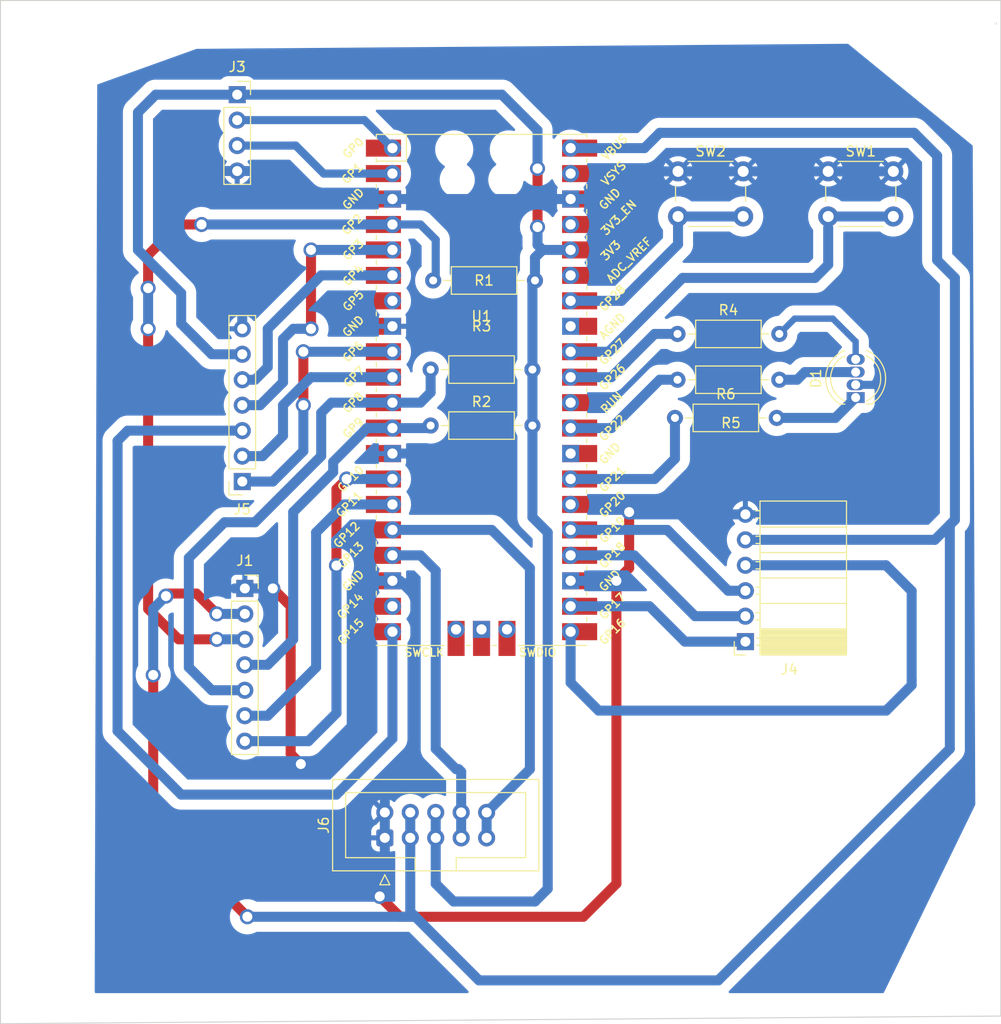
<source format=kicad_pcb>
(kicad_pcb (version 20211014) (generator pcbnew)
  (layers (0 "F.Cu" signal) (31 "B.Cu" signal) (34 "B.Paste" user) (35 "F.Paste" user) (36 "B.SilkS" user "B.Silkscreen") (37 "F.SilkS" user "F.Silkscreen") (38 "B.Mask" user) (39 "F.Mask" user) (44 "Edge.Cuts" user))
  (net 0 "")
  (net 1 "GND")
  (net 2 "VBUS")
  (net 3 "GP2")
  (net 4 "GP7")
  (net 5 "GP8")
  (net 6 "GP11")
  (net 7 "GP10")
  (net 8 "GP14")
  (net 9 "GP15")
  (net 10 "3.3V")
  (net 11 "GP0")
  (net 12 "GP1")
  (net 13 "GP4")
  (net 14 "GP3")
  (net 15 "GP5")
  (net 16 "GP6")
  (net 17 "GP18")
  (net 18 "GP19")
  (net 19 "GP20")
  (net 20 "GP17")
  (net 21 "GP16")
  (net 22 "GP26")
  (net 23 "GP22")
  (net 24 "GP21")
  (net 25 "GP9")
  (net 26 "GP13")
  (net 36 "Net-(D1-Pad1)")
  (net 37 "Net-(D1-Pad4)")
  (net 38 "Net-(D1-Pad3)")
  (net 39 "GP27")
  (net 40 "GP28")
  (net 41 "GP12")
  (footprint "Resistor_THT:R_Axial_DIN0207_L6.3mm_D2.5mm_P10.16mm_Horizontal" (layer "F.Cu") (at 158.496 73.406)
    (fp_text reference "R6" (at 5.08 -2.37) (layer "F.SilkS"))
    (fp_text value "220R")
    (pad "1" thru_hole circle (at 0 0) (size 1.6 1.6) (drill 0.8) (layers *.Cu *.Mask) (net 24 "GP21"))
    (pad "2" thru_hole oval (at 10.16 0) (size 1.6 1.6) (drill 0.8) (layers *.Cu *.Mask) (net 36 "Net-(D1-Pad1)"))
  )
  (footprint "Connector_PinSocket_2.54mm:PinSocket_1x04_P2.54mm_Vertical" (layer "F.Cu") (at 114.808 41.148)
    (fp_text reference "J3" (at 0 -2.77) (layer "F.SilkS"))
    (fp_text value "Conn_01x04_Female")
    (pad "1" thru_hole rect (at 0 0) (size 1.7 1.7) (drill 1) (layers *.Cu *.Mask) (net 10 "3.3V"))
    (pad "2" thru_hole oval (at 0 2.54) (size 1.7 1.7) (drill 1) (layers *.Cu *.Mask) (net 11 "GP0"))
    (pad "3" thru_hole oval (at 0 5.08) (size 1.7 1.7) (drill 1) (layers *.Cu *.Mask) (net 12 "GP1"))
    (pad "4" thru_hole oval (at 0 7.62) (size 1.7 1.7) (drill 1) (layers *.Cu *.Mask) (net 1 "GND"))
  )
  (footprint "Resistor_THT:R_Axial_DIN0207_L6.3mm_D2.5mm_P10.16mm_Horizontal" (layer "F.Cu") (at 158.75 69.596)
    (fp_text reference "R5" (at 5.334 4.318) (layer "F.SilkS"))
    (fp_text value "220R")
    (pad "1" thru_hole circle (at 0 0) (size 1.6 1.6) (drill 0.8) (layers *.Cu *.Mask) (net 23 "GP22"))
    (pad "2" thru_hole oval (at 10.16 0) (size 1.6 1.6) (drill 0.8) (layers *.Cu *.Mask) (net 38 "Net-(D1-Pad3)"))
  )
  (footprint "Connector_PinSocket_2.54mm:PinSocket_1x06_P2.54mm_Horizontal" (layer "F.Cu") (at 165.526 95.733 180)
    (fp_text reference "J4" (at -4.38 -2.77) (layer "F.SilkS"))
    (fp_text value "Conn_01x06_Female")
    (pad "1" thru_hole rect (at 0 0 180) (size 1.7 1.7) (drill 1) (layers *.Cu *.Mask) (net 20 "GP17"))
    (pad "2" thru_hole oval (at 0 2.54 180) (size 1.7 1.7) (drill 1) (layers *.Cu *.Mask) (net 17 "GP18"))
    (pad "3" thru_hole oval (at 0 5.08 180) (size 1.7 1.7) (drill 1) (layers *.Cu *.Mask) (net 18 "GP19"))
    (pad "4" thru_hole oval (at 0 7.62 180) (size 1.7 1.7) (drill 1) (layers *.Cu *.Mask) (net 21 "GP16"))
    (pad "5" thru_hole oval (at 0 10.16 180) (size 1.7 1.7) (drill 1) (layers *.Cu *.Mask) (net 2 "VBUS"))
    (pad "6" thru_hole oval (at 0 12.7 180) (size 1.7 1.7) (drill 1) (layers *.Cu *.Mask) (remove_unused_layers) (net 1 "GND"))
  )
  (footprint "MountingHole:MountingHole_3.5mm" (layer "F.Cu") (at 96.012 127.762)
    (fp_text reference "REF**" hide)
    (fp_text value "MountingHole_3.5mm" hide)
    (pad "" np_thru_hole circle (at 0 0) (size 3.5 3.5) (drill 3.5) (layers *.Cu *.Mask))
  )
  (footprint "Connector_IDC:IDC-Header_2x05_P2.54mm_Vertical" (layer "F.Cu") (at 129.54 115.316 90)
    (fp_text reference "J6" (at 1.27 -6.1 90) (layer "F.SilkS"))
    (fp_text value "Conn_02x05_Counter_Clockwise")
    (pad "1" thru_hole roundrect (at 0 0 90) (size 1.7 1.7) (drill 1) (layers *.Cu *.Mask) (roundrect_rratio 0.1470588235) (net 1 "GND"))
    (pad "2" thru_hole circle (at 2.54 0 90) (size 1.7 1.7) (drill 1) (layers *.Cu *.Mask) (net 1 "GND"))
    (pad "3" thru_hole circle (at 0 2.54 90) (size 1.7 1.7) (drill 1) (layers *.Cu *.Mask) (net 2 "VBUS"))
    (pad "4" thru_hole circle (at 2.54 2.54 90) (size 1.7 1.7) (drill 1) (layers *.Cu *.Mask) (net 2 "VBUS"))
    (pad "5" thru_hole circle (at 0 5.08 90) (size 1.7 1.7) (drill 1) (layers *.Cu *.Mask) (net 10 "3.3V"))
    (pad "6" thru_hole circle (at 2.54 5.08 90) (size 1.7 1.7) (drill 1) (layers *.Cu *.Mask) (net 10 "3.3V"))
    (pad "7" thru_hole circle (at 0 7.62 90) (size 1.7 1.7) (drill 1) (layers *.Cu *.Mask) (net 26 "GP13"))
    (pad "8" thru_hole circle (at 2.54 7.62 90) (size 1.7 1.7) (drill 1) (layers *.Cu *.Mask) (net 26 "GP13"))
    (pad "9" thru_hole circle (at 0 10.16 90) (size 1.7 1.7) (drill 1) (layers *.Cu *.Mask) (net 41 "GP12"))
    (pad "10" thru_hole circle (at 2.54 10.16 90) (size 1.7 1.7) (drill 1) (layers *.Cu *.Mask) (net 41 "GP12"))
  )
  (footprint "Resistor_THT:R_Axial_DIN0207_L6.3mm_D2.5mm_P10.16mm_Horizontal" (layer "F.Cu") (at 158.75 65.024)
    (fp_text reference "R4" (at 5.08 -2.37) (layer "F.SilkS"))
    (fp_text value "220R")
    (pad "1" thru_hole circle (at 0 0) (size 1.6 1.6) (drill 0.8) (layers *.Cu *.Mask) (net 22 "GP26"))
    (pad "2" thru_hole oval (at 10.16 0) (size 1.6 1.6) (drill 0.8) (layers *.Cu *.Mask) (net 37 "Net-(D1-Pad4)"))
  )
  (footprint "Connector_PinSocket_2.54mm:PinSocket_1x07_P2.54mm_Vertical" (layer "F.Cu") (at 115.57 90.424)
    (fp_text reference "J1" (at 0 -2.77) (layer "F.SilkS"))
    (fp_text value "Conn_01x07_Female")
    (pad "1" thru_hole rect (at 0 0) (size 1.7 1.7) (drill 1) (layers *.Cu *.Mask) (net 1 "GND"))
    (pad "2" thru_hole oval (at 0 2.54) (size 1.7 1.7) (drill 1) (layers *.Cu *.Mask) (net 2 "VBUS"))
    (pad "3" thru_hole oval (at 0 5.08) (size 1.7 1.7) (drill 1) (layers *.Cu *.Mask) (net 3 "GP2"))
    (pad "4" thru_hole oval (at 0 7.62) (size 1.7 1.7) (drill 1) (layers *.Cu *.Mask) (net 25 "GP9"))
    (pad "5" thru_hole oval (at 0 10.16) (size 1.7 1.7) (drill 1) (layers *.Cu *.Mask) (net 5 "GP8"))
    (pad "6" thru_hole oval (at 0 12.7) (size 1.7 1.7) (drill 1) (layers *.Cu *.Mask) (net 6 "GP11"))
    (pad "7" thru_hole oval (at 0 15.24) (size 1.7 1.7) (drill 1) (layers *.Cu *.Mask) (net 7 "GP10"))
  )
  (footprint "MountingHole:MountingHole_3.5mm" (layer "F.Cu") (at 95.758 38.608)
    (fp_text reference "REF**" hide)
    (fp_text value "MountingHole_3.5mm" hide)
    (pad "" np_thru_hole circle (at 0 0) (size 3.5 3.5) (drill 3.5) (layers *.Cu *.Mask))
  )
  (footprint "Button_Switch_THT:SW_PUSH_6mm" (layer "F.Cu") (at 158.802 48.804)
    (fp_text reference "SW2" (at 3.25 -2) (layer "F.SilkS"))
    (fp_text value "SW_Push")
    (pad "1" thru_hole circle (at 6.5 0 90) (size 2 2) (drill 1.1) (layers *.Cu *.Mask) (net 1 "GND"))
    (pad "1" thru_hole circle (at 0 0 90) (size 2 2) (drill 1.1) (layers *.Cu *.Mask) (net 1 "GND"))
    (pad "2" thru_hole circle (at 0 4.5 90) (size 2 2) (drill 1.1) (layers *.Cu *.Mask) (net 40 "GP28"))
    (pad "2" thru_hole circle (at 6.5 4.5 90) (size 2 2) (drill 1.1) (layers *.Cu *.Mask) (net 40 "GP28"))
  )
  (footprint "LED_THT:LED_D5.0mm-4_RGB" (layer "F.Cu") (at 176.53 71.374 90)
    (fp_text reference "D1" (at 1.905 -3.96 90) (layer "F.SilkS"))
    (fp_text value "LED_RKBG")
    (pad "1" thru_hole rect (at 0 0 90) (size 1.07 1.8) (drill 0.9) (layers *.Cu *.Mask) (net 36 "Net-(D1-Pad1)"))
    (pad "2" thru_hole oval (at 1.27 0 90) (size 1.07 1.8) (drill 0.9) (layers *.Cu *.Mask) (net 1 "GND"))
    (pad "3" thru_hole oval (at 2.54 0 90) (size 1.07 1.8) (drill 0.9) (layers *.Cu *.Mask) (net 38 "Net-(D1-Pad3)"))
    (pad "4" thru_hole oval (at 3.81 0 90) (size 1.07 1.8) (drill 0.9) (layers *.Cu *.Mask) (net 37 "Net-(D1-Pad4)"))
  )
  (footprint "Resistor_THT:R_Axial_DIN0207_L6.3mm_D2.5mm_P10.16mm_Horizontal" (layer "F.Cu") (at 134.366 59.69)
    (fp_text reference "R1" (at 5.08 0) (layer "F.SilkS"))
    (fp_text value "10K" hide)
    (pad "1" thru_hole circle (at 0 0) (size 1.6 1.6) (drill 0.8) (layers *.Cu *.Mask) (net 3 "GP2"))
    (pad "2" thru_hole oval (at 10.16 0) (size 1.6 1.6) (drill 0.8) (layers *.Cu *.Mask) (net 10 "3.3V"))
  )
  (footprint "Resistor_THT:R_Axial_DIN0207_L6.3mm_D2.5mm_P10.16mm_Horizontal" (layer "F.Cu") (at 134.112 74.168)
    (fp_text reference "R2" (at 5.08 -2.37) (layer "F.SilkS"))
    (fp_text value "10K" hide)
    (pad "1" thru_hole circle (at 0 0) (size 1.6 1.6) (drill 0.8) (layers *.Cu *.Mask) (net 25 "GP9"))
    (pad "2" thru_hole oval (at 10.16 0) (size 1.6 1.6) (drill 0.8) (layers *.Cu *.Mask) (net 10 "3.3V"))
  )
  (footprint "MCU_RaspberryPi_and_Boards:RPi_Pico_SMD_TH" (layer "F.Cu") (at 139.192 70.612)
    (fp_text reference "U1" (at 0 -7.366) (layer "F.SilkS"))
    (fp_text value "Pico")
    (fp_text user "GND" (at -12.8 19.05 45) (layer "F.SilkS") (effects (font (size 0.8 0.8))))
    (fp_text user "GP13" (at -13.054 16.51 45) (layer "F.SilkS") (effects (font (size 0.8 0.8))))
    (fp_text user "GP4" (at -12.8 -11.43 45) (layer "F.SilkS") (effects (font (size 0.8 0.8))))
    (fp_text user "GND" (at 12.8 19.05 45) (layer "F.SilkS") (effects (font (size 0.8 0.8))))
    (fp_text user "GND" (at -12.8 -6.35 45) (layer "F.SilkS") (effects (font (size 0.8 0.8))))
    (fp_text user "GP22" (at 13.054 3.81 45) (layer "F.SilkS") (effects (font (size 0.8 0.8))))
    (fp_text user "ADC_VREF" (at 14.732 -12.954 45) (layer "F.SilkS") (effects (font (size 0.8 0.8))))
    (fp_text user "GP19" (at 13.054 13.97 45) (layer "F.SilkS") (effects (font (size 0.8 0.8))))
    (fp_text user "GND" (at 12.8 -19.05 45) (layer "F.SilkS") (effects (font (size 0.8 0.8))))
    (fp_text user "GP26" (at 13.054 -1.27 45) (layer "F.SilkS") (effects (font (size 0.8 0.8))))
    (fp_text user "GP14" (at -13.1 21.59 45) (layer "F.SilkS") (effects (font (size 0.8 0.8))))
    (fp_text user "RUN" (at 13 1.27 45) (layer "F.SilkS") (effects (font (size 0.8 0.8))))
    (fp_text user "GP28" (at 13.054 -9.144 45) (layer "F.SilkS") (effects (font (size 0.8 0.8))))
    (fp_text user "GND" (at 12.8 6.35 45) (layer "F.SilkS") (effects (font (size 0.8 0.8))))
    (fp_text user "GP16" (at 13.054 24.13 45) (layer "F.SilkS") (effects (font (size 0.8 0.8))))
    (fp_text user "GP27" (at 13.054 -3.8 45) (layer "F.SilkS") (effects (font (size 0.8 0.8))))
    (fp_text user "GP0" (at -12.8 -24.13 45) (layer "F.SilkS") (effects (font (size 0.8 0.8))))
    (fp_text user "GND" (at -12.8 -19.05 45) (layer "F.SilkS") (effects (font (size 0.8 0.8))))
    (fp_text user "GP15" (at -13.054 24.13 45) (layer "F.SilkS") (effects (font (size 0.8 0.8))))
    (fp_text user "GP18" (at 13.054 16.51 45) (layer "F.SilkS") (effects (font (size 0.8 0.8))))
    (fp_text user "GP17" (at 13.054 21.59 45) (layer "F.SilkS") (effects (font (size 0.8 0.8))))
    (fp_text user "GP2" (at -12.9 -16.51 45) (layer "F.SilkS") (effects (font (size 0.8 0.8))))
    (fp_text user "GP7" (at -12.7 -1.3 45) (layer "F.SilkS") (effects (font (size 0.8 0.8))))
    (fp_text user "GP3" (at -12.8 -13.97 45) (layer "F.SilkS") (effects (font (size 0.8 0.8))))
    (fp_text user "GP9" (at -12.8 3.81 45) (layer "F.SilkS") (effects (font (size 0.8 0.8))))
    (fp_text user "VSYS" (at 13.2 -21.59 45) (layer "F.SilkS") (effects (font (size 0.8 0.8))))
    (fp_text user "3V3" (at 12.9 -13.9 45) (layer "F.SilkS") (effects (font (size 0.8 0.8))))
    (fp_text user "VBUS" (at 13.3 -24.2 45) (layer "F.SilkS") (effects (font (size 0.8 0.8))))
    (fp_text user "GP20" (at 13.054 11.43 45) (layer "F.SilkS") (effects (font (size 0.8 0.8))))
    (fp_text user "SWDIO" (at 5.6 26.2) (layer "F.SilkS") (effects (font (size 0.8 0.8))))
    (fp_text user "GP11" (at -13.2 11.43 45) (layer "F.SilkS") (effects (font (size 0.8 0.8))))
    (fp_text user "GP8" (at -12.8 1.27 45) (layer "F.SilkS") (effects (font (size 0.8 0.8))))
    (fp_text user "SWCLK" (at -5.7 26.2) (layer "F.SilkS") (effects (font (size 0.8 0.8))))
    (fp_text user "GP21" (at 13.054 8.9 45) (layer "F.SilkS") (effects (font (size 0.8 0.8))))
    (fp_text user "GP12" (at -13.462 14.478 45) (layer "F.SilkS") (effects (font (size 0.8 0.8))))
    (fp_text user "GP5" (at -12.8 -8.89 45) (layer "F.SilkS") (effects (font (size 0.8 0.8))))
    (fp_text user "GP6" (at -12.8 -3.81 45) (layer "F.SilkS") (effects (font (size 0.8 0.8))))
    (fp_text user "GP1" (at -12.9 -21.6 45) (layer "F.SilkS") (effects (font (size 0.8 0.8))))
    (fp_text user "3V3_EN" (at 13.7 -17.2 45) (layer "F.SilkS") (effects (font (size 0.8 0.8))))
    (fp_text user "AGND" (at 13.054 -6.35 45) (layer "F.SilkS") (effects (font (size 0.8 0.8))))
    (fp_text user "GP10" (at -13.054 8.89 45) (layer "F.SilkS") (effects (font (size 0.8 0.8))))
    (pad "" np_thru_hole oval (at 2.725 -24) (size 1.8 1.8) (drill 1.8) (layers *.Cu *.Mask))
    (pad "" np_thru_hole oval (at -2.725 -24) (size 1.8 1.8) (drill 1.8) (layers *.Cu *.Mask))
    (pad "" np_thru_hole oval (at -2.425 -20.97) (size 1.5 1.5) (drill 1.5) (layers *.Cu *.Mask))
    (pad "" np_thru_hole oval (at 2.425 -20.97) (size 1.5 1.5) (drill 1.5) (layers *.Cu *.Mask))
    (pad "1" thru_hole oval (at -8.89 -24.13) (size 1.7 1.7) (drill 1.02) (layers *.Cu *.Mask) (net 11 "GP0"))
    (pad "1" smd rect (at -8.89 -24.13) (size 3.5 1.7) (drill (offset -0.9 0)) (layers "F.Cu" "F.Mask") (net 11 "GP0"))
    (pad "2" smd rect (at -8.89 -21.59) (size 3.5 1.7) (drill (offset -0.9 0)) (layers "F.Cu" "F.Mask") (net 12 "GP1"))
    (pad "2" thru_hole oval (at -8.89 -21.59) (size 1.7 1.7) (drill 1.02) (layers *.Cu *.Mask) (net 12 "GP1"))
    (pad "3" thru_hole rect (at -8.89 -19.05) (size 1.7 1.7) (drill 1.02) (layers *.Cu *.Mask) (net 1 "GND"))
    (pad "3" smd rect (at -8.89 -19.05) (size 3.5 1.7) (drill (offset -0.9 0)) (layers "F.Cu" "F.Mask") (net 1 "GND"))
    (pad "4" smd rect (at -8.89 -16.51) (size 3.5 1.7) (drill (offset -0.9 0)) (layers "F.Cu" "F.Mask") (net 3 "GP2"))
    (pad "4" thru_hole oval (at -8.89 -16.51) (size 1.7 1.7) (drill 1.02) (layers *.Cu *.Mask) (net 3 "GP2"))
    (pad "5" smd rect (at -8.89 -13.97) (size 3.5 1.7) (drill (offset -0.9 0)) (layers "F.Cu" "F.Mask") (net 14 "GP3"))
    (pad "5" thru_hole oval (at -8.89 -13.97) (size 1.7 1.7) (drill 1.02) (layers *.Cu *.Mask) (net 14 "GP3"))
    (pad "6" thru_hole oval (at -8.89 -11.43) (size 1.7 1.7) (drill 1.02) (layers *.Cu *.Mask) (net 13 "GP4"))
    (pad "6" smd rect (at -8.89 -11.43) (size 3.5 1.7) (drill (offset -0.9 0)) (layers "F.Cu" "F.Mask") (net 13 "GP4"))
    (pad "7" thru_hole oval (at -8.89 -8.89) (size 1.7 1.7) (drill 1.02) (layers *.Cu *.Mask) (net 15 "GP5"))
    (pad "7" smd rect (at -8.89 -8.89) (size 3.5 1.7) (drill (offset -0.9 0)) (layers "F.Cu" "F.Mask") (net 15 "GP5"))
    (pad "8" smd rect (at -8.89 -6.35) (size 3.5 1.7) (drill (offset -0.9 0)) (layers "F.Cu" "F.Mask") (net 1 "GND"))
    (pad "8" thru_hole rect (at -8.89 -6.35) (size 1.7 1.7) (drill 1.02) (layers *.Cu *.Mask) (net 1 "GND"))
    (pad "9" smd rect (at -8.89 -3.81) (size 3.5 1.7) (drill (offset -0.9 0)) (layers "F.Cu" "F.Mask") (net 16 "GP6"))
    (pad "9" thru_hole oval (at -8.89 -3.81) (size 1.7 1.7) (drill 1.02) (layers *.Cu *.Mask) (net 16 "GP6"))
    (pad "10" thru_hole oval (at -8.89 -1.27) (size 1.7 1.7) (drill 1.02) (layers *.Cu *.Mask) (net 4 "GP7"))
    (pad "10" smd rect (at -8.89 -1.27) (size 3.5 1.7) (drill (offset -0.9 0)) (layers "F.Cu" "F.Mask") (net 4 "GP7"))
    (pad "11" smd rect (at -8.89 1.27) (size 3.5 1.7) (drill (offset -0.9 0)) (layers "F.Cu" "F.Mask") (net 5 "GP8"))
    (pad "11" thru_hole oval (at -8.89 1.27) (size 1.7 1.7) (drill 1.02) (layers *.Cu *.Mask) (net 5 "GP8"))
    (pad "12" thru_hole oval (at -8.89 3.81) (size 1.7 1.7) (drill 1.02) (layers *.Cu *.Mask) (net 25 "GP9"))
    (pad "12" smd rect (at -8.89 3.81) (size 3.5 1.7) (drill (offset -0.9 0)) (layers "F.Cu" "F.Mask") (net 25 "GP9"))
    (pad "13" thru_hole rect (at -8.89 6.35) (size 1.7 1.7) (drill 1.02) (layers *.Cu *.Mask) (net 1 "GND"))
    (pad "13" smd rect (at -8.89 6.35) (size 3.5 1.7) (drill (offset -0.9 0)) (layers "F.Cu" "F.Mask") (net 1 "GND"))
    (pad "14" smd rect (at -8.89 8.89) (size 3.5 1.7) (drill (offset -0.9 0)) (layers "F.Cu" "F.Mask") (net 7 "GP10"))
    (pad "14" thru_hole oval (at -8.89 8.89) (size 1.7 1.7) (drill 1.02) (layers *.Cu *.Mask) (net 7 "GP10"))
    (pad "15" thru_hole oval (at -8.89 11.43) (size 1.7 1.7) (drill 1.02) (layers *.Cu *.Mask) (net 6 "GP11"))
    (pad "15" smd rect (at -8.89 11.43) (size 3.5 1.7) (drill (offset -0.9 0)) (layers "F.Cu" "F.Mask") (net 6 "GP11"))
    (pad "16" thru_hole oval (at -8.89 13.97) (size 1.7 1.7) (drill 1.02) (layers *.Cu *.Mask) (net 41 "GP12"))
    (pad "16" smd rect (at -8.89 13.97) (size 3.5 1.7) (drill (offset -0.9 0)) (layers "F.Cu" "F.Mask") (net 41 "GP12"))
    (pad "17" smd rect (at -8.89 16.51) (size 3.5 1.7) (drill (offset -0.9 0)) (layers "F.Cu" "F.Mask") (net 26 "GP13"))
    (pad "17" thru_hole oval (at -8.89 16.51) (size 1.7 1.7) (drill 1.02) (layers *.Cu *.Mask) (net 26 "GP13"))
    (pad "18" smd rect (at -8.89 19.05) (size 3.5 1.7) (drill (offset -0.9 0)) (layers "F.Cu" "F.Mask") (net 1 "GND"))
    (pad "18" thru_hole rect (at -8.89 19.05) (size 1.7 1.7) (drill 1.02) (layers *.Cu *.Mask) (net 1 "GND"))
    (pad "19" thru_hole oval (at -8.89 21.59) (size 1.7 1.7) (drill 1.02) (layers *.Cu *.Mask) (net 8 "GP14"))
    (pad "19" smd rect (at -8.89 21.59) (size 3.5 1.7) (drill (offset -0.9 0)) (layers "F.Cu" "F.Mask") (net 8 "GP14"))
    (pad "20" smd rect (at -8.89 24.13) (size 3.5 1.7) (drill (offset -0.9 0)) (layers "F.Cu" "F.Mask") (net 9 "GP15"))
    (pad "20" thru_hole oval (at -8.89 24.13) (size 1.7 1.7) (drill 1.02) (layers *.Cu *.Mask) (net 9 "GP15"))
    (pad "21" thru_hole oval (at 8.89 24.13) (size 1.7 1.7) (drill 1.02) (layers *.Cu *.Mask) (net 21 "GP16"))
    (pad "21" smd rect (at 8.89 24.13) (size 3.5 1.7) (drill (offset 0.9 0)) (layers "F.Cu" "F.Mask") (net 21 "GP16"))
    (pad "22" thru_hole oval (at 8.89 21.59) (size 1.7 1.7) (drill 1.02) (layers *.Cu *.Mask) (net 20 "GP17"))
    (pad "22" smd rect (at 8.89 21.59) (size 3.5 1.7) (drill (offset 0.9 0)) (layers "F.Cu" "F.Mask") (net 20 "GP17"))
    (pad "23" thru_hole rect (at 8.89 19.05) (size 1.7 1.7) (drill 1.02) (layers *.Cu *.Mask) (remove_unused_layers) (net 1 "GND"))
    (pad "23" smd rect (at 8.89 19.05) (size 3.5 1.7) (drill (offset 0.9 0)) (layers "F.Cu" "F.Mask") (net 1 "GND"))
    (pad "24" thru_hole oval (at 8.89 16.51) (size 1.7 1.7) (drill 1.02) (layers *.Cu *.Mask) (net 17 "GP18"))
    (pad "24" smd rect (at 8.89 16.51) (size 3.5 1.7) (drill (offset 0.9 0)) (layers "F.Cu" "F.Mask") (net 17 "GP18"))
    (pad "25" thru_hole oval (at 8.89 13.97) (size 1.7 1.7) (drill 1.02) (layers *.Cu *.Mask) (net 18 "GP19"))
    (pad "25" smd rect (at 8.89 13.97) (size 3.5 1.7) (drill (offset 0.9 0)) (layers "F.Cu" "F.Mask") (net 18 "GP19"))
    (pad "26" thru_hole oval (at 8.89 11.43) (size 1.7 1.7) (drill 1.02) (layers *.Cu *.Mask) (net 19 "GP20"))
    (pad "26" smd rect (at 8.89 11.43) (size 3.5 1.7) (drill (offset 0.9 0)) (layers "F.Cu" "F.Mask") (net 19 "GP20"))
    (pad "27" smd rect (at 8.89 8.89) (size 3.5 1.7) (drill (offset 0.9 0)) (layers "F.Cu" "F.Mask") (net 24 "GP21"))
    (pad "27" thru_hole oval (at 8.89 8.89) (size 1.7 1.7) (drill 1.02) (layers *.Cu *.Mask) (net 24 "GP21"))
    (pad "28" thru_hole rect (at 8.89 6.35) (size 1.7 1.7) (drill 1.02) (layers *.Cu *.Mask))
    (pad "28" smd rect (at 8.89 6.35) (size 3.5 1.7) (drill (offset 0.9 0)) (layers "F.Cu" "F.Mask"))
    (pad "29" thru_hole oval (at 8.89 3.81) (size 1.7 1.7) (drill 1.02) (layers *.Cu *.Mask) (net 23 "GP22"))
    (pad "29" smd rect (at 8.89 3.81) (size 3.5 1.7) (drill (offset 0.9 0)) (layers "F.Cu" "F.Mask") (net 23 "GP22"))
    (pad "30" thru_hole oval (at 8.89 1.27) (size 1.7 1.7) (drill 1.02) (layers *.Cu *.Mask))
    (pad "30" smd rect (at 8.89 1.27) (size 3.5 1.7) (drill (offset 0.9 0)) (layers "F.Cu" "F.Mask"))
    (pad "31" smd rect (at 8.89 -1.27) (size 3.5 1.7) (drill (offset 0.9 0)) (layers "F.Cu" "F.Mask") (net 22 "GP26"))
    (pad "31" thru_hole oval (at 8.89 -1.27) (size 1.7 1.7) (drill 1.02) (layers *.Cu *.Mask) (net 22 "GP26"))
    (pad "32" smd rect (at 8.89 -3.81) (size 3.5 1.7) (drill (offset 0.9 0)) (layers "F.Cu" "F.Mask") (net 39 "GP27"))
    (pad "32" thru_hole oval (at 8.89 -3.81) (size 1.7 1.7) (drill 1.02) (layers *.Cu *.Mask) (net 39 "GP27"))
    (pad "33" smd rect (at 8.89 -6.35) (size 3.5 1.7) (drill (offset 0.9 0)) (layers "F.Cu" "F.Mask"))
    (pad "33" thru_hole rect (at 8.89 -6.35) (size 1.7 1.7) (drill 1.02) (layers *.Cu *.Mask))
    (pad "34" thru_hole oval (at 8.89 -8.89) (size 1.7 1.7) (drill 1.02) (layers *.Cu *.Mask) (net 40 "GP28"))
    (pad "34" smd rect (at 8.89 -8.89) (size 3.5 1.7) (drill (offset 0.9 0)) (layers "F.Cu" "F.Mask") (net 40 "GP28"))
    (pad "35" smd rect (at 8.89 -11.43) (size 3.5 1.7) (drill (offset 0.9 0)) (layers "F.Cu" "F.Mask"))
    (pad "35" thru_hole oval (at 8.89 -11.43) (size 1.7 1.7) (drill 1.02) (layers *.Cu *.Mask))
    (pad "36" thru_hole oval (at 8.89 -13.97) (size 1.7 1.7) (drill 1.02) (layers *.Cu *.Mask) (net 10 "3.3V"))
    (pad "36" smd rect (at 8.89 -13.97) (size 3.5 1.7) (drill (offset 0.9 0)) (layers "F.Cu" "F.Mask") (net 10 "3.3V"))
    (pad "37" thru_hole oval (at 8.89 -16.51) (size 1.7 1.7) (drill 1.02) (layers *.Cu *.Mask))
    (pad "37" smd rect (at 8.89 -16.51) (size 3.5 1.7) (drill (offset 0.9 0)) (layers "F.Cu" "F.Mask"))
    (pad "38" thru_hole rect (at 8.89 -19.05) (size 1.7 1.7) (drill 1.02) (layers *.Cu *.Mask) (net 1 "GND"))
    (pad "38" smd rect (at 8.89 -19.05) (size 3.5 1.7) (drill (offset 0.9 0)) (layers "F.Cu" "F.Mask") (net 1 "GND"))
    (pad "39" smd rect (at 8.89 -21.59) (size 3.5 1.7) (drill (offset 0.9 0)) (layers "F.Cu" "F.Mask"))
    (pad "39" thru_hole oval (at 8.89 -21.59) (size 1.7 1.7) (drill 1.02) (layers *.Cu *.Mask))
    (pad "40" smd rect (at 8.89 -24.13) (size 3.5 1.7) (drill (offset 0.9 0)) (layers "F.Cu" "F.Mask") (net 2 "VBUS"))
    (pad "40" thru_hole oval (at 8.89 -24.13) (size 1.7 1.7) (drill 1.02) (layers *.Cu *.Mask) (net 2 "VBUS"))
    (pad "41" smd rect (at -2.54 23.9 90) (size 3.5 1.7) (drill (offset -0.9 0)) (layers "F.Cu" "F.Mask"))
    (pad "41" thru_hole oval (at -2.54 23.9) (size 1.7 1.7) (drill 1.02) (layers *.Cu *.Mask))
    (pad "42" thru_hole rect (at 0 23.9) (size 1.7 1.7) (drill 1.02) (layers *.Cu *.Mask))
    (pad "42" smd rect (at 0 23.9 90) (size 3.5 1.7) (drill (offset -0.9 0)) (layers "F.Cu" "F.Mask"))
    (pad "43" smd rect (at 2.54 23.9 90) (size 3.5 1.7) (drill (offset -0.9 0)) (layers "F.Cu" "F.Mask"))
    (pad "43" thru_hole oval (at 2.54 23.9) (size 1.7 1.7) (drill 1.02) (layers *.Cu *.Mask))
  )
  (footprint "Connector_PinSocket_2.54mm:PinSocket_1x07_P2.54mm_Vertical" (layer "F.Cu") (at 115.316 79.756 180)
    (fp_text reference "J5" (at 0 -2.77) (layer "F.SilkS"))
    (fp_text value "Conn_01x07_Female")
    (pad "1" thru_hole rect (at 0 0 180) (size 1.7 1.7) (drill 1) (layers *.Cu *.Mask) (net 16 "GP6"))
    (pad "2" thru_hole oval (at 0 2.54 180) (size 1.7 1.7) (drill 1) (layers *.Cu *.Mask) (net 4 "GP7"))
    (pad "3" thru_hole oval (at 0 5.08 180) (size 1.7 1.7) (drill 1) (layers *.Cu *.Mask) (net 9 "GP15"))
    (pad "4" thru_hole oval (at 0 7.62 180) (size 1.7 1.7) (drill 1) (layers *.Cu *.Mask) (net 14 "GP3"))
    (pad "5" thru_hole oval (at 0 10.16 180) (size 1.7 1.7) (drill 1) (layers *.Cu *.Mask) (net 13 "GP4"))
    (pad "6" thru_hole oval (at 0 12.7 180) (size 1.7 1.7) (drill 1) (layers *.Cu *.Mask) (net 10 "3.3V"))
    (pad "7" thru_hole oval (at 0 15.24 180) (size 1.7 1.7) (drill 1) (layers *.Cu *.Mask) (net 1 "GND"))
  )
  (footprint "Resistor_THT:R_Axial_DIN0207_L6.3mm_D2.5mm_P10.16mm_Horizontal" (layer "F.Cu") (at 134.112 68.58)
    (fp_text reference "R3" (at 5.08 -4.318) (layer "F.SilkS"))
    (fp_text value "10K" hide)
    (pad "1" thru_hole circle (at 0 0) (size 1.6 1.6) (drill 0.8) (layers *.Cu *.Mask) (net 5 "GP8"))
    (pad "2" thru_hole oval (at 10.16 0) (size 1.6 1.6) (drill 0.8) (layers *.Cu *.Mask) (net 10 "3.3V"))
  )
  (footprint "Button_Switch_THT:SW_PUSH_6mm" (layer "F.Cu") (at 173.788 48.804)
    (fp_text reference "SW1" (at 3.25 -2) (layer "F.SilkS"))
    (fp_text value "SW_Push")
    (pad "1" thru_hole circle (at 0 0 90) (size 2 2) (drill 1.1) (layers *.Cu *.Mask) (net 1 "GND"))
    (pad "1" thru_hole circle (at 6.5 0 90) (size 2 2) (drill 1.1) (layers *.Cu *.Mask) (net 1 "GND"))
    (pad "2" thru_hole circle (at 0 4.5 90) (size 2 2) (drill 1.1) (layers *.Cu *.Mask) (net 39 "GP27"))
    (pad "2" thru_hole circle (at 6.5 4.5 90) (size 2 2) (drill 1.1) (layers *.Cu *.Mask) (net 39 "GP27"))
  )
  (footprint "MountingHole:MountingHole_3.5mm" (layer "F.Cu") (at 186.436 36.83)
    (fp_text reference "REF**" hide)
    (fp_text value "MountingHole_3.5mm" hide)
    (pad "" np_thru_hole circle (at 0 0) (size 3.5 3.5) (drill 3.5) (layers *.Cu *.Mask))
  )
  (footprint "MountingHole:MountingHole_3.5mm" (layer "F.Cu") (at 186.436 128.27)
    (fp_text reference "REF**" hide)
    (fp_text value "MountingHole_3.5mm" hide)
    (pad "" np_thru_hole circle (at 0 0) (size 3.5 3.5) (drill 3.5) (layers *.Cu *.Mask))
  )
  (gr_line (start 91.186 31.75) (end 91.186 133.858) (layer "Edge.Cuts") (width 0.1))
  (gr_line (start 191.008 31.75) (end 91.186 31.75) (layer "Edge.Cuts") (width 0.1))
  (gr_line (start 91.186 133.858) (end 191.008 133.096) (layer "Edge.Cuts") (width 0.1))
  (gr_arc (start 190.5 34.036) (mid 190.5 34.036) (end 190.5 34.036) (layer "Edge.Cuts") (width 0.1))
  (gr_line (start 191.008 133.096) (end 191.008 31.75) (layer "Edge.Cuts") (width 0.1))
  (gr_arc (start 190.5 34.036) (mid 190.5 34.036) (end 190.5 34.036) (layer "Edge.Cuts") (width 0.1))
  (gr_arc (start 190.5 34.036) (mid 190.5 34.036) (end 190.5 34.036) (layer "Edge.Cuts") (width 0.1))
  (segment (start 118.364 90.424) (end 120.142 92.202) (width 1) (layer "F.Cu") (net 1))
  (segment (start 152.654 89.662) (end 153.924 88.392) (width 1) (layer "F.Cu") (net 1))
  (segment (start 120.142 106.934) (end 121.158 107.95) (width 1) (layer "F.Cu") (net 1))
  (segment (start 149.352 123.19) (end 131.064 123.19) (width 1) (layer "F.Cu") (net 1))
  (segment (start 131.064 123.19) (end 129.032 121.158) (width 1) (layer "F.Cu") (net 1))
  (segment (start 120.142 92.202) (end 120.142 106.934) (width 1) (layer "F.Cu") (net 1))
  (segment (start 153.924 88.392) (end 153.924 82.804) (width 1) (layer "F.Cu") (net 1))
  (segment (start 152.654 89.662) (end 152.654 119.888) (width 1) (layer "F.Cu") (net 1))
  (segment (start 152.654 119.888) (end 149.352 123.19) (width 1) (layer "F.Cu") (net 1))
  (via (at 153.924 82.804) (size 1.5) (drill 1) (layers "F.Cu" "B.Cu") (net 1))
  (via (at 121.158 107.95) (size 1.5) (drill 1) (layers "F.Cu" "B.Cu") (net 1))
  (via (at 152.654 89.662) (size 1.5) (drill 1) (layers "F.Cu" "B.Cu") (net 1))
  (via (at 118.364 90.424) (size 1.5) (drill 1) (layers "F.Cu" "B.Cu") (net 1))
  (via (at 129.032 121.158) (size 1.5) (drill 1) (layers "F.Cu" "B.Cu") (net 1))
  (segment (start 138.684 75.692) (end 138.684 52.832) (width 1) (layer "B.Cu") (net 1))
  (segment (start 131.064 89.662) (end 132.588 91.186) (width 1) (layer "B.Cu") (net 1))
  (segment (start 129.54 115.316) (end 129.54 112.776) (width 1) (layer "B.Cu") (net 1))
  (segment (start 127.254 89.662) (end 130.302 89.662) (width 1) (layer "B.Cu") (net 1))
  (segment (start 148.082 51.562) (end 153.416 51.562) (width 1) (layer "B.Cu") (net 1))
  (segment (start 116.586 48.768) (end 114.808 48.768) (width 1) (layer "B.Cu") (net 1))
  (segment (start 154.153 83.033) (end 153.924 82.804) (width 1) (layer "B.Cu") (net 1))
  (segment (start 129.54 120.65) (end 129.032 121.158) (width 1) (layer "B.Cu") (net 1))
  (segment (start 108.458 48.768) (end 114.808 48.768) (width 1) (layer "B.Cu") (net 1))
  (segment (start 115.57 90.424) (end 114.554 90.424) (width 1) (layer "B.Cu") (net 1))
  (segment (start 129.54 115.316) (end 129.54 120.65) (width 1) (layer "B.Cu") (net 1))
  (segment (start 137.414 51.562) (end 130.302 51.562) (width 1) (layer "B.Cu") (net 1))
  (segment (start 126.238 90.678) (end 127.254 89.662) (width 1) (layer "B.Cu") (net 1))
  (segment (start 165.526 83.033) (end 177.063 83.033) (width 0.8128) (layer "B.Cu") (net 1))
  (segment (start 138.684 52.832) (end 137.414 51.562) (width 1) (layer "B.Cu") (net 1))
  (segment (start 173.787994 48.803992) (end 180.288006 48.803992) (width 0.635) (layer "B.Cu") (net 1))
  (segment (start 126.238 105.918) (end 126.238 90.678) (width 1) (layer "B.Cu") (net 1))
  (segment (start 119.38 51.562) (end 116.586 48.768) (width 1) (layer "B.Cu") (net 1))
  (segment (start 130.302 51.562) (end 119.38 51.562) (width 1) (layer "B.Cu") (net 1))
  (segment (start 115.316 64.516) (end 115.316 59.944) (width 1) (layer "B.Cu") (net 1))
  (segment (start 165.302 48.804) (end 180.288 48.804) (width 1) (layer "B.Cu") (net 1))
  (segment (start 180.34 70.104) (end 176.53 70.104) (width 0.8128) (layer "B.Cu") (net 1))
  (segment (start 107.442 49.784) (end 108.458 48.768) (width 1) (layer "B.Cu") (net 1))
  (segment (start 107.442 55.626) (end 107.442 49.784) (width 1) (layer "B.Cu") (net 1))
  (segment (start 180.848 70.612) (end 180.34 70.104) (width 0.8128) (layer "B.Cu") (net 1))
  (segment (start 148.082 89.662) (end 152.654 89.662) (width 1) (layer "B.Cu") (net 1))
  (segment (start 165.302 48.804) (end 173.788 48.804) (width 0.8128) (layer "B.Cu") (net 1))
  (segment (start 177.063 83.033) (end 180.848 79.248) (width 0.8128) (layer "B.Cu") (net 1))
  (segment (start 130.302 76.962) (end 137.414 76.962) (width 1) (layer "B.Cu") (net 1))
  (segment (start 165.526 83.033) (end 154.153 83.033) (width 1) (layer "B.Cu") (net 1))
  (segment (start 108.692 56.876) (end 107.442 55.626) (width 1) (layer "B.Cu") (net 1))
  (segment (start 112.248 56.876) (end 108.692 56.876) (width 1) (layer "B.Cu") (net 1))
  (segment (start 132.588 91.186) (end 132.588 108.204) (width 1) (layer "B.Cu") (net 1))
  (segment (start 148.082 51.562) (end 137.414 51.562) (width 1) (layer "B.Cu") (net 1))
  (segment (start 124.206 107.95) (end 126.238 105.918) (width 1) (layer "B.Cu") (net 1))
  (segment (start 130.302 89.662) (end 131.064 89.662) (width 1) (layer "B.Cu") (net 1))
  (segment (start 180.848 79.248) (end 180.848 70.612) (width 0.8128) (layer "B.Cu") (net 1))
  (segment (start 129.54 111.252) (end 129.54 112.776) (width 1) (layer "B.Cu") (net 1))
  (segment (start 115.316 59.944) (end 112.248 56.876) (width 1) (layer "B.Cu") (net 1))
  (segment (start 156.174 48.804) (end 153.416 51.562) (width 1) (layer "B.Cu") (net 1))
  (segment (start 115.57 90.424) (end 118.364 90.424) (width 1) (layer "B.Cu") (net 1))
  (segment (start 137.414 76.962) (end 138.684 75.692) (width 1) (layer "B.Cu") (net 1))
  (segment (start 132.588 108.204) (end 129.54 111.252) (width 1) (layer "B.Cu") (net 1))
  (segment (start 121.158 107.95) (end 124.206 107.95) (width 1) (layer "B.Cu") (net 1))
  (segment (start 158.802 48.804) (end 156.174 48.804) (width 1) (layer "B.Cu") (net 1))
  (segment (start 158.802 48.804) (end 165.302 48.804) (width 1) (layer "B.Cu") (net 1))
  (segment (start 106.426 113.792) (end 106.426 99.06) (width 1) (layer "F.Cu") (net 2))
  (segment (start 112.776 92.964) (end 110.744 90.932) (width 1) (layer "F.Cu") (net 2))
  (segment (start 110.744 90.932) (end 107.95 90.932) (width 1) (layer "F.Cu") (net 2))
  (segment (start 115.824 123.19) (end 106.426 113.792) (width 1) (layer "F.Cu") (net 2))
  (segment (start 107.95 90.932) (end 107.696 91.186) (width 1) (layer "F.Cu") (net 2))
  (via (at 115.824 123.19) (size 1.5) (drill 1) (layers "F.Cu" "B.Cu") (net 2))
  (via (at 112.776 92.964) (size 1.5) (drill 1) (layers "F.Cu" "B.Cu") (net 2))
  (via (at 106.426 99.06) (size 1.5) (drill 1) (layers "F.Cu" "B.Cu") (net 2))
  (via (at 107.696 91.186) (size 1.5) (drill 1) (layers "F.Cu" "B.Cu") (net 2))
  (segment (start 186.436 59.436) (end 186.436 83.566) (width 1) (layer "B.Cu") (net 2))
  (segment (start 182.372 44.958) (end 184.658 47.244) (width 1) (layer "B.Cu") (net 2))
  (segment (start 115.824 123.19) (end 132.334 123.19) (width 1) (layer "B.Cu") (net 2))
  (segment (start 115.57 92.964) (end 112.776 92.964) (width 1) (layer "B.Cu") (net 2))
  (segment (start 132.334 123.19) (end 132.461 123.063) (width 1) (layer "B.Cu") (net 2))
  (segment (start 148.082 46.482) (end 155.448 46.482) (width 1) (layer "B.Cu") (net 2))
  (segment (start 132.461 123.063) (end 138.938 129.54) (width 1) (layer "B.Cu") (net 2))
  (segment (start 156.972 44.958) (end 182.372 44.958) (width 1) (layer "B.Cu") (net 2))
  (segment (start 106.426 99.06) (end 106.426 92.456) (width 1) (layer "B.Cu") (net 2))
  (segment (start 162.814 129.54) (end 164.592 127.762) (width 1) (layer "B.Cu") (net 2))
  (segment (start 164.592 127.762) (end 185.928 106.426) (width 1) (layer "B.Cu") (net 2))
  (segment (start 132.08 115.316) (end 132.08 112.776) (width 1) (layer "B.Cu") (net 2))
  (segment (start 155.448 46.482) (end 156.972 44.958) (width 1) (layer "B.Cu") (net 2))
  (segment (start 184.658 47.244) (end 184.658 57.658) (width 1) (layer "B.Cu") (net 2))
  (segment (start 138.938 129.54) (end 162.814 129.54) (width 1) (layer "B.Cu") (net 2))
  (segment (start 106.426 92.456) (end 107.696 91.186) (width 1) (layer "B.Cu") (net 2))
  (segment (start 184.429 85.573) (end 186.436 83.566) (width 1) (layer "B.Cu") (net 2))
  (segment (start 132.08 115.316) (end 132.08 122.682) (width 1) (layer "B.Cu") (net 2))
  (segment (start 164.084 128.27) (end 164.592 127.762) (width 0.8128) (layer "B.Cu") (net 2))
  (segment (start 132.08 122.682) (end 132.461 123.063) (width 1) (layer "B.Cu") (net 2))
  (segment (start 165.526 85.573) (end 184.429 85.573) (width 1) (layer "B.Cu") (net 2))
  (segment (start 186.436 83.566) (end 185.928 84.074) (width 1) (layer "B.Cu") (net 2))
  (segment (start 185.928 106.426) (end 185.928 84.074) (width 1) (layer "B.Cu") (net 2))
  (segment (start 184.658 57.658) (end 186.436 59.436) (width 1) (layer "B.Cu") (net 2))
  (segment (start 108.966 95.504) (end 105.918 92.456) (width 1) (layer "F.Cu") (net 3))
  (segment (start 105.918 57.15) (end 105.918 60.452) (width 1) (layer "F.Cu") (net 3))
  (segment (start 105.918 92.456) (end 105.918 64.516) (width 1) (layer "F.Cu") (net 3))
  (segment (start 112.776 95.504) (end 108.966 95.504) (width 1) (layer "F.Cu") (net 3))
  (segment (start 111.252 54.102) (end 108.966 54.102) (width 1) (layer "F.Cu") (net 3))
  (segment (start 108.966 54.102) (end 105.918 57.15) (width 1) (layer "F.Cu") (net 3))
  (via (at 105.918 64.516) (size 1.5) (drill 1) (layers "F.Cu" "B.Cu") (net 3))
  (via (at 105.918 60.452) (size 1.5) (drill 1) (layers "F.Cu" "B.Cu") (net 3))
  (via (at 112.776 95.504) (size 1.5) (drill 1) (layers "F.Cu" "B.Cu") (net 3))
  (via (at 111.252 54.102) (size 1.5) (drill 1) (layers "F.Cu" "B.Cu") (net 3))
  (segment (start 134.62 55.626) (end 133.096 54.102) (width 0.8128) (layer "B.Cu") (net 3))
  (segment (start 105.918 60.452) (end 105.918 64.516) (width 1) (layer "B.Cu") (net 3))
  (segment (start 134.62 59.69) (end 134.62 55.626) (width 0.8128) (layer "B.Cu") (net 3))
  (segment (start 115.57 95.504) (end 112.776 95.504) (width 1) (layer "B.Cu") (net 3))
  (segment (start 130.302 54.102) (end 111.252 54.102) (width 1) (layer "B.Cu") (net 3))
  (segment (start 133.096 54.102) (end 130.302 54.102) (width 0.8128) (layer "B.Cu") (net 3))
  (segment (start 117.348 77.216) (end 119.38 75.184) (width 1) (layer "B.Cu") (net 4))
  (segment (start 119.38 75.184) (end 119.38 72.136) (width 1) (layer "B.Cu") (net 4))
  (segment (start 122.174 69.342) (end 130.302 69.342) (width 1) (layer "B.Cu") (net 4))
  (segment (start 119.38 72.136) (end 122.174 69.342) (width 1) (layer "B.Cu") (net 4))
  (segment (start 130.302 69.342) (end 130.068 69.576) (width 1) (layer "B.Cu") (net 4))
  (segment (start 115.316 77.216) (end 117.348 77.216) (width 1) (layer "B.Cu") (net 4))
  (segment (start 113.538 83.82) (end 109.982 87.376) (width 1) (layer "B.Cu") (net 5))
  (segment (start 130.302 71.882) (end 124.206 71.882) (width 1) (layer "B.Cu") (net 5))
  (segment (start 116.586 83.82) (end 113.538 83.82) (width 1) (layer "B.Cu") (net 5))
  (segment (start 123.19 72.898) (end 123.19 77.216) (width 1) (layer "B.Cu") (net 5))
  (segment (start 130.302 71.882) (end 133.096 71.882) (width 1) (layer "B.Cu") (net 5))
  (segment (start 124.206 71.882) (end 123.19 72.898) (width 1) (layer "B.Cu") (net 5))
  (segment (start 134.112 70.866) (end 134.112 68.58) (width 1) (layer "B.Cu") (net 5))
  (segment (start 133.096 71.882) (end 134.112 70.866) (width 1) (layer "B.Cu") (net 5))
  (segment (start 123.19 77.216) (end 116.586 83.82) (width 1) (layer "B.Cu") (net 5))
  (segment (start 130.556 72.136) (end 130.302 71.882) (width 1) (layer "B.Cu") (net 5))
  (segment (start 112.268 100.584) (end 115.57 100.584) (width 1) (layer "B.Cu") (net 5))
  (segment (start 109.982 87.376) (end 109.982 98.298) (width 1) (layer "B.Cu") (net 5))
  (segment (start 109.982 98.298) (end 112.268 100.584) (width 1) (layer "B.Cu") (net 5))
  (segment (start 122.682 84.836) (end 122.682 98.298) (width 1) (layer "B.Cu") (net 6))
  (segment (start 130.302 82.042) (end 125.476 82.042) (width 1) (layer "B.Cu") (net 6))
  (segment (start 125.476 82.042) (end 122.682 84.836) (width 1) (layer "B.Cu") (net 6))
  (segment (start 117.856 103.124) (end 115.57 103.124) (width 1) (layer "B.Cu") (net 6))
  (segment (start 122.682 98.298) (end 117.856 103.124) (width 1) (layer "B.Cu") (net 6))
  (segment (start 124.714 88.138) (end 124.714 80.518) (width 1) (layer "F.Cu") (net 7))
  (segment (start 124.714 80.518) (end 125.73 79.502) (width 1) (layer "F.Cu") (net 7))
  (via (at 125.73 79.502) (size 1.5) (drill 1) (layers "F.Cu" "B.Cu") (net 7))
  (via (at 124.714 88.138) (size 1.5) (drill 1) (layers "F.Cu" "B.Cu") (net 7))
  (segment (start 130.302 79.502) (end 125.73 79.502) (width 1) (layer "B.Cu") (net 7))
  (segment (start 121.92 105.664) (end 124.714 102.87) (width 1) (layer "B.Cu") (net 7))
  (segment (start 124.714 102.87) (end 124.714 88.138) (width 1) (layer "B.Cu") (net 7))
  (segment (start 115.57 105.664) (end 121.92 105.664) (width 1) (layer "B.Cu") (net 7))
  (segment (start 109.22 110.998) (end 102.87 104.648) (width 1) (layer "B.Cu") (net 9))
  (segment (start 102.87 75.692) (end 103.886 74.676) (width 1) (layer "B.Cu") (net 9))
  (segment (start 130.302 94.742) (end 130.302 105.41) (width 1) (layer "B.Cu") (net 9))
  (segment (start 102.87 104.648) (end 102.87 75.692) (width 1) (layer "B.Cu") (net 9))
  (segment (start 124.714 110.998) (end 109.22 110.998) (width 1) (layer "B.Cu") (net 9))
  (segment (start 130.302 105.41) (end 124.714 110.998) (width 1) (layer "B.Cu") (net 9))
  (segment (start 103.886 74.676) (end 115.316 74.676) (width 1) (layer "B.Cu") (net 9))
  (segment (start 144.78 48.514) (end 144.78 54.356) (width 1) (layer "F.Cu") (net 10))
  (via (at 144.78 48.514) (size 1.5) (drill 1) (layers "F.Cu" "B.Cu") (net 10))
  (via (at 144.78 54.356) (size 1.5) (drill 1) (layers "F.Cu" "B.Cu") (net 10))
  (segment (start 144.272 74.168) (end 144.272 68.58) (width 1) (layer "B.Cu") (net 10))
  (segment (start 145.288 56.642) (end 144.526 57.404) (width 1) (layer "B.Cu") (net 10))
  (segment (start 115.316 67.056) (end 112.268 67.056) (width 1) (layer "B.Cu") (net 10))
  (segment (start 144.78 54.356) (end 144.78 56.134) (width 1) (layer "B.Cu") (net 10))
  (segment (start 141.224 41.148) (end 144.78 44.704) (width 1) (layer "B.Cu") (net 10))
  (segment (start 148.082 56.642) (end 145.288 56.642) (width 1) (layer "B.Cu") (net 10))
  (segment (start 109.22 64.008) (end 109.22 60.96) (width 1) (layer "B.Cu") (net 10))
  (segment (start 106.68 41.148) (end 114.808 41.148) (width 1) (layer "B.Cu") (net 10))
  (segment (start 144.78 56.134) (end 145.288 56.642) (width 1) (layer "B.Cu") (net 10))
  (segment (start 144.272 59.944) (end 144.526 59.69) (width 1) (layer "B.Cu") (net 10))
  (segment (start 144.272 74.168) (end 144.272 83.312) (width 1) (layer "B.Cu") (net 10))
  (segment (start 104.902 56.642) (end 104.902 42.926) (width 1) (layer "B.Cu") (net 10))
  (segment (start 144.526 121.666) (end 136.398 121.666) (width 1) (layer "B.Cu") (net 10))
  (segment (start 144.272 68.58) (end 144.272 59.944) (width 1) (layer "B.Cu") (net 10))
  (segment (start 144.78 44.704) (end 144.78 48.514) (width 1) (layer "B.Cu") (net 10))
  (segment (start 144.526 57.404) (end 144.526 59.69) (width 1) (layer "B.Cu") (net 10))
  (segment (start 136.398 121.666) (end 134.62 119.888) (width 1) (layer "B.Cu") (net 10))
  (segment (start 114.808 41.148) (end 141.224 41.148) (width 1) (layer "B.Cu") (net 10))
  (segment (start 134.62 112.776) (end 134.62 115.316) (width 1) (layer "B.Cu") (net 10))
  (segment (start 134.62 119.888) (end 134.62 115.316) (width 1) (layer "B.Cu") (net 10))
  (segment (start 145.796 120.396) (end 144.526 121.666) (width 1) (layer "B.Cu") (net 10))
  (segment (start 144.272 83.312) (end 145.796 84.836) (width 1) (layer "B.Cu") (net 10))
  (segment (start 145.796 84.836) (end 145.796 120.396) (width 1) (layer "B.Cu") (net 10))
  (segment (start 112.268 67.056) (end 109.22 64.008) (width 1) (layer "B.Cu") (net 10))
  (segment (start 109.22 60.96) (end 104.902 56.642) (width 1) (layer "B.Cu") (net 10))
  (segment (start 104.902 42.926) (end 106.68 41.148) (width 1) (layer "B.Cu") (net 10))
  (segment (start 127.508 43.688) (end 114.808 43.688) (width 0.8128) (layer "B.Cu") (net 11))
  (segment (start 130.302 46.482) (end 130.048 46.736) (width 0.8128) (layer "B.Cu") (net 11))
  (segment (start 130.302 46.482) (end 127.508 43.688) (width 0.8128) (layer "B.Cu") (net 11))
  (segment (start 130.302 49.022) (end 130.048 49.276) (width 0.8128) (layer "B.Cu") (net 12))
  (segment (start 130.302 49.022) (end 123.444 49.022) (width 0.8128) (layer "B.Cu") (net 12))
  (segment (start 123.444 49.022) (end 120.65 46.228) (width 0.8128) (layer "B.Cu") (net 12))
  (segment (start 120.65 46.228) (end 114.808 46.228) (width 0.8128) (layer "B.Cu") (net 12))
  (segment (start 117.856 68.326) (end 117.856 64.516) (width 1) (layer "B.Cu") (net 13))
  (segment (start 115.316 69.596) (end 116.586 69.596) (width 1) (layer "B.Cu") (net 13))
  (segment (start 116.586 69.596) (end 117.856 68.326) (width 1) (layer "B.Cu") (net 13))
  (segment (start 123.19 59.182) (end 130.302 59.182) (width 1) (layer "B.Cu") (net 13))
  (segment (start 117.856 64.516) (end 123.19 59.182) (width 1) (layer "B.Cu") (net 13))
  (segment (start 122.174 64.516) (end 122.174 56.642) (width 1) (layer "F.Cu") (net 14))
  (via (at 122.174 64.516) (size 1.5) (drill 1) (layers "F.Cu" "B.Cu") (net 14))
  (via (at 122.174 56.642) (size 1.5) (drill 1) (layers "F.Cu" "B.Cu") (net 14))
  (segment (start 130.302 56.642) (end 122.174 56.642) (width 1) (layer "B.Cu") (net 14))
  (segment (start 119.38 65.532) (end 120.396 64.516) (width 1) (layer "B.Cu") (net 14))
  (segment (start 120.904 64.516) (end 122.174 64.516) (width 1) (layer "B.Cu") (net 14))
  (segment (start 115.316 72.136) (end 117.094 72.136) (width 1) (layer "B.Cu") (net 14))
  (segment (start 119.38 69.85) (end 119.38 65.532) (width 1) (layer "B.Cu") (net 14))
  (segment (start 117.094 72.136) (end 119.38 69.85) (width 1) (layer "B.Cu") (net 14))
  (segment (start 120.884 64.496) (end 120.904 64.516) (width 1) (layer "B.Cu") (net 14))
  (segment (start 120.396 64.516) (end 122.174 64.516) (width 1) (layer "B.Cu") (net 14))
  (segment (start 121.412 72.136) (end 121.412 66.802) (width 1) (layer "F.Cu") (net 16))
  (via (at 121.412 72.136) (size 1.5) (drill 1) (layers "F.Cu" "B.Cu") (net 16))
  (via (at 121.412 66.802) (size 1.5) (drill 1) (layers "F.Cu" "B.Cu") (net 16))
  (segment (start 121.412 76.708) (end 121.412 72.644) (width 1) (layer "B.Cu") (net 16))
  (segment (start 130.302 66.802) (end 121.412 66.802) (width 1) (layer "B.Cu") (net 16))
  (segment (start 115.316 79.756) (end 118.364 79.756) (width 1) (layer "B.Cu") (net 16))
  (segment (start 119.38 78.74) (end 121.412 76.708) (width 1) (layer "B.Cu") (net 16))
  (segment (start 121.412 72.644) (end 121.412 72.136) (width 1) (layer "B.Cu") (net 16))
  (segment (start 118.364 79.756) (end 119.38 78.74) (width 1) (layer "B.Cu") (net 16))
  (segment (start 148.082 87.122) (end 148.356 86.848) (width 0.8128) (layer "B.Cu") (net 17))
  (segment (start 154.432 87.122) (end 160.503 93.193) (width 1) (layer "B.Cu") (net 17))
  (segment (start 148.082 87.122) (end 154.432 87.122) (width 1) (layer "B.Cu") (net 17))
  (segment (start 165.526 93.193) (end 160.503 93.193) (width 1) (layer "B.Cu") (net 17))
  (segment (start 148.082 84.582) (end 157.734 84.582) (width 1) (layer "B.Cu") (net 18))
  (segment (start 157.734 84.582) (end 157.988 84.836) (width 1) (layer "B.Cu") (net 18))
  (segment (start 163.805 90.653) (end 157.988 84.836) (width 1) (layer "B.Cu") (net 18))
  (segment (start 165.526 90.653) (end 163.805 90.653) (width 1) (layer "B.Cu") (net 18))
  (segment (start 148.082 92.202) (end 155.956 92.202) (width 1) (layer "B.Cu") (net 20))
  (segment (start 159.487 95.733) (end 165.526 95.733) (width 1) (layer "B.Cu") (net 20))
  (segment (start 155.956 92.202) (end 159.487 95.733) (width 1) (layer "B.Cu") (net 20))
  (segment (start 182.118 99.568) (end 182.118 90.678) (width 1) (layer "B.Cu") (net 21))
  (segment (start 179.578 102.616) (end 179.832 102.362) (width 1) (layer "B.Cu") (net 21))
  (segment (start 179.832 102.362) (end 182.118 100.076) (width 1) (layer "B.Cu") (net 21))
  (segment (start 179.553 88.113) (end 165.526 88.113) (width 1) (layer "B.Cu") (net 21))
  (segment (start 181.864 90.424) (end 179.553 88.113) (width 1) (layer "B.Cu") (net 21))
  (segment (start 150.876 102.616) (end 179.578 102.616) (width 1) (layer "B.Cu") (net 21))
  (segment (start 148.082 94.742) (end 148.082 99.822) (width 1) (layer "B.Cu") (net 21))
  (segment (start 182.118 100.076) (end 182.118 99.568) (width 1) (layer "B.Cu") (net 21))
  (segment (start 182.118 90.678) (end 181.864 90.424) (width 1) (layer "B.Cu") (net 21))
  (segment (start 148.082 99.822) (end 150.876 102.616) (width 1) (layer "B.Cu") (net 21))
  (segment (start 153.67 67.818) (end 156.464 65.024) (width 1) (layer "B.Cu") (net 22))
  (segment (start 152.654 68.834) (end 153.035 68.453) (width 0.635) (layer "B.Cu") (net 22))
  (segment (start 153.035 68.453) (end 153.67 67.818) (width 1) (layer "B.Cu") (net 22))
  (segment (start 152.654 68.834) (end 153.67 67.818) (width 1) (layer "B.Cu") (net 22))
  (segment (start 148.082 69.342) (end 152.146 69.342) (width 1) (layer "B.Cu") (net 22))
  (segment (start 152.146 69.342) (end 152.654 68.834) (width 1) (layer "B.Cu") (net 22))
  (segment (start 156.464 65.024) (end 158.75 65.024) (width 1) (layer "B.Cu") (net 22))
  (segment (start 156.972 69.596) (end 158.75 69.596) (width 1) (layer "B.Cu") (net 23))
  (segment (start 152.654 73.914) (end 152.273 74.295) (width 0.635) (layer "B.Cu") (net 23))
  (segment (start 148.082 74.422) (end 152.146 74.422) (width 1) (layer "B.Cu") (net 23))
  (segment (start 152.654 73.914) (end 156.972 69.596) (width 1) (layer "B.Cu") (net 23))
  (segment (start 152.146 74.422) (end 152.273 74.295) (width 1) (layer "B.Cu") (net 23))
  (segment (start 148.082 79.502) (end 156.464 79.502) (width 1) (layer "B.Cu") (net 24))
  (segment (start 156.972 78.994) (end 158.496 77.47) (width 1) (layer "B.Cu") (net 24))
  (segment (start 156.464 79.502) (end 156.972 78.994) (width 1) (layer "B.Cu") (net 24))
  (segment (start 158.496 77.47) (end 158.496 73.406) (width 1) (layer "B.Cu") (net 24))
  (segment (start 133.858 74.422) (end 134.112 74.168) (width 1) (layer "B.Cu") (net 25))
  (segment (start 124.38952 77.79448) (end 127.762 74.422) (width 1) (layer "B.Cu") (net 25))
  (segment (start 120.396 82.804) (end 124.38952 78.81048) (width 1) (layer "B.Cu") (net 25))
  (segment (start 120.396 95.504) (end 120.396 82.804) (width 1) (layer "B.Cu") (net 25))
  (segment (start 130.302 74.422) (end 133.858 74.422) (width 1) (layer "B.Cu") (net 25))
  (segment (start 115.57 98.044) (end 117.856 98.044) (width 1) (layer "B.Cu") (net 25))
  (segment (start 127.762 74.422) (end 130.302 74.422) (width 1) (layer "B.Cu") (net 25))
  (segment (start 130.302 74.422) (end 127.744081 74.422) (width 1) (layer "B.Cu") (net 25))
  (segment (start 117.856 98.044) (end 120.396 95.504) (width 1) (layer "B.Cu") (net 25))
  (segment (start 124.38952 78.81048) (end 124.38952 77.79448) (width 1) (layer "B.Cu") (net 25))
  (segment (start 137.16 115.316) (end 137.16 112.776) (width 1) (layer "B.Cu") (net 26))
  (segment (start 136.652 108.458) (end 136.906 108.458) (width 1) (layer "B.Cu") (net 26))
  (segment (start 134.62 88.646) (end 134.62 106.426) (width 1) (layer "B.Cu") (net 26))
  (segment (start 136.906 108.458) (end 137.16 108.712) (width 1) (layer "B.Cu") (net 26))
  (segment (start 137.16 108.712) (end 137.16 112.776) (width 1) (layer "B.Cu") (net 26))
  (segment (start 130.302 87.122) (end 133.096 87.122) (width 1) (layer "B.Cu") (net 26))
  (segment (start 134.62 106.426) (end 136.652 108.458) (width 1) (layer "B.Cu") (net 26))
  (segment (start 133.096 87.122) (end 134.62 88.646) (width 1) (layer "B.Cu") (net 26))
  (segment (start 174.498 73.406) (end 176.53 71.374) (width 1) (layer "B.Cu") (net 36))
  (segment (start 168.656 73.406) (end 174.498 73.406) (width 1) (layer "B.Cu") (net 36))
  (segment (start 176.53 67.564) (end 176.53 65.786) (width 0.635) (layer "B.Cu") (net 37))
  (segment (start 176.53 65.786) (end 174.244 63.5) (width 0.635) (layer "B.Cu") (net 37))
  (segment (start 170.434 63.5) (end 168.91 65.024) (width 0.635) (layer "B.Cu") (net 37))
  (segment (start 174.244 63.5) (end 170.434 63.5) (width 0.635) (layer "B.Cu") (net 37))
  (segment (start 168.91 69.596) (end 170.688 69.596) (width 1) (layer "B.Cu") (net 38))
  (segment (start 170.688 69.596) (end 171.45 68.834) (width 1) (layer "B.Cu") (net 38))
  (segment (start 171.45 68.834) (end 171.958 68.834) (width 1) (layer "B.Cu") (net 38))
  (segment (start 171.958 68.834) (end 176.53 68.834) (width 1) (layer "B.Cu") (net 38))
  (segment (start 148.082 66.802) (end 151.892 66.802) (width 1) (layer "B.Cu") (net 39))
  (segment (start 151.892 66.802) (end 152.146 66.548) (width 1) (layer "B.Cu") (net 39))
  (segment (start 173.788 53.304) (end 180.288 53.304) (width 1) (layer "B.Cu") (net 39))
  (segment (start 159.258 59.436) (end 172.466 59.436) (width 1) (layer "B.Cu") (net 39))
  (segment (start 152.146 66.548) (end 159.258 59.436) (width 1) (layer "B.Cu") (net 39))
  (segment (start 172.466 59.436) (end 172.974 58.928) (width 1) (layer "B.Cu") (net 39))
  (segment (start 173.787994 53.304008) (end 180.288006 53.304008) (width 0.635) (layer "B.Cu") (net 39))
  (segment (start 173.788 58.114) (end 173.788 54.408) (width 1) (layer "B.Cu") (net 39))
  (segment (start 173.788 54.408) (end 173.788 53.304) (width 0.635) (layer "B.Cu") (net 39))
  (segment (start 172.974 58.928) (end 173.788 58.114) (width 1) (layer "B.Cu") (net 39))
  (segment (start 158.802 53.304) (end 158.802 56.082) (width 1) (layer "B.Cu") (net 40))
  (segment (start 148.082 61.722) (end 153.162 61.722) (width 1) (layer "B.Cu") (net 40))
  (segment (start 153.162 61.722) (end 158.802 56.082) (width 1) (layer "B.Cu") (net 40))
  (segment (start 158.802 53.304) (end 165.302 53.304) (width 1) (layer "B.Cu") (net 40))
  (segment (start 130.302 84.582) (end 140.208 84.582) (width 1) (layer "B.Cu") (net 41))
  (segment (start 140.208 84.582) (end 144.018 88.392) (width 1) (layer "B.Cu") (net 41))
  (segment (start 144.018 108.458) (end 139.7 112.776) (width 1) (layer "B.Cu") (net 41))
  (segment (start 139.7 115.316) (end 139.7 112.776) (width 1) (layer "B.Cu") (net 41))
  (segment (start 144.018 88.392) (end 144.018 108.458) (width 1) (layer "B.Cu") (net 41))
  (zone (net 1) (net_name "GND") (layer "B.Cu") (connect_pads (clearance 1)) (min_thickness 0.254) (fill yes (thermal_gap 0.508) (thermal_bridge_width 0.508))
    (polygon (pts (xy 188.214 46.228) (xy 188.468 112.014) (xy 179.324 130.81) (xy 100.584 130.81) (xy 100.838 40.132) (xy 110.744 36.576) (xy 175.768 36.068)))
  )
)
</source>
